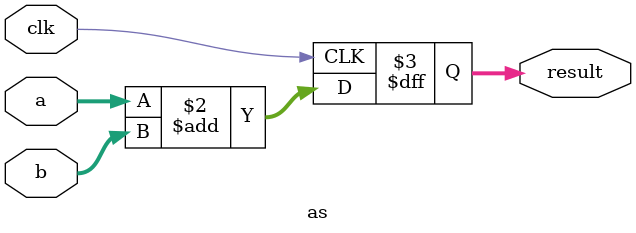
<source format=sv>

`define add 1'b0
`define sub 1'b1
module as #(parameter width=5,parameter operation=`add)(input clk,input [width-1:0]a,b,output reg [width-1:0]result);
  always @(posedge clk)begin
    if(operation==`add)begin
      result<=a+b;
    end
    else if(operation==`sub)begin
      result=a-b;
    end
    else
      result=a+b;
  end
endmodule

//TB

</source>
